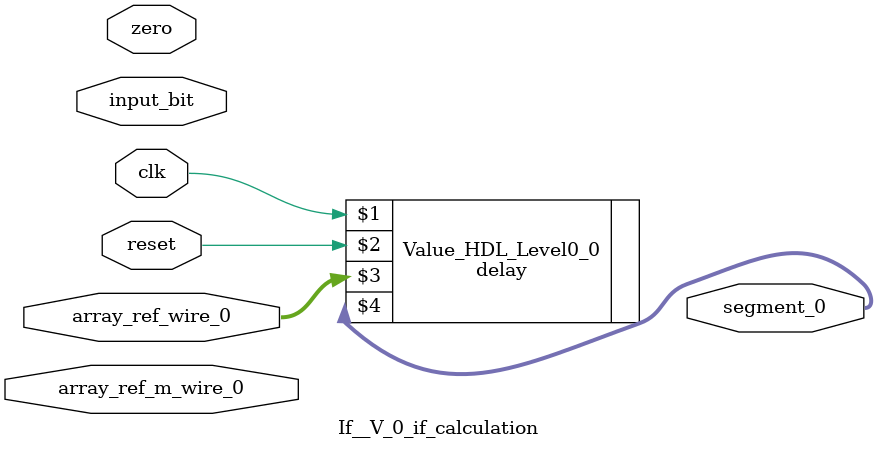
<source format=v>
module If__V_0_if_calculation(input [31:0]input_bit, input [31:0]zero, input [31:0]array_ref_wire_0, input [31:0]array_ref_m_wire_0, output [31:0]segment_0, input clk, input reset);



	//Proceed with segment_0 = delay(array_ref_wire_0) 
	wire [31:0]segment_0;
	delay Value_HDL_Level0_0 ( clk, reset, array_ref_wire_0, segment_0);




endmodule

</source>
